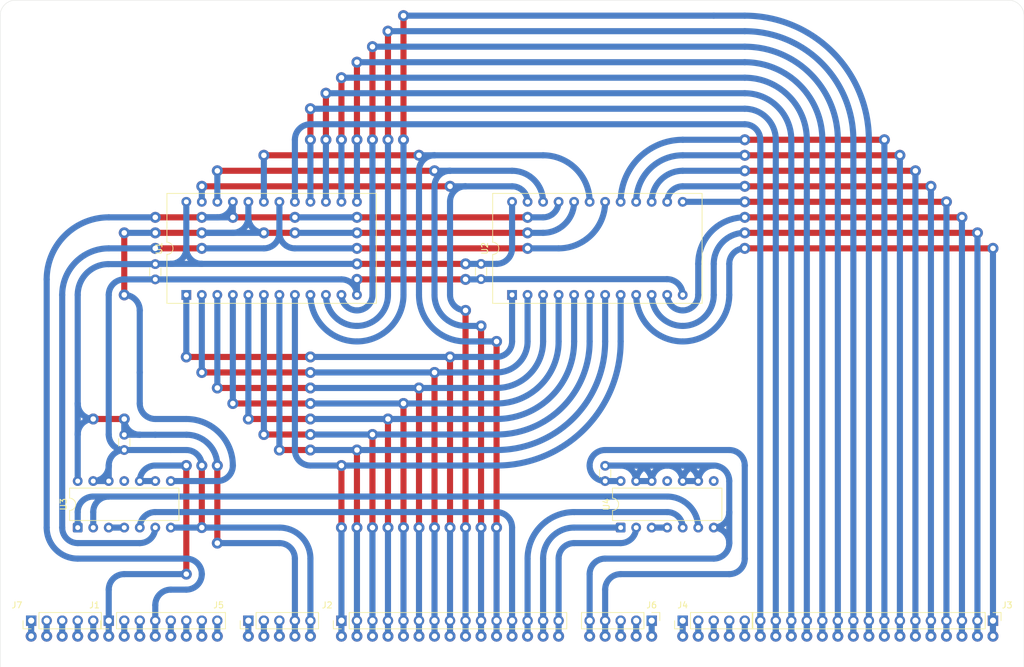
<source format=kicad_pcb>
(kicad_pcb (version 20241229) (generator "pcbnew") (generator_version "9.0")
  (layers (0 "F.Cu" signal) (2 "B.Cu" signal) (13 "F.Paste" user) (15 "B.Paste" user) (5 "F.SilkS" user "F.Silkscreen") (7 "B.SilkS" user "B.Silkscreen") (1 "F.Mask" user) (3 "B.Mask" user) (25 "Edge.Cuts" user))
  (net 0 "")
  (net 1 "+5V")
  (net 2 "GND")
  (net 3 "/HOLDA")
  (net 4 "/WAIT")
  (net 5 "/{slash}HOLD")
  (net 6 "/{slash}RESET")
  (net 7 "/{slash}MEMIN")
  (net 8 "/{slash}WE")
  (net 9 "/READY")
  (net 10 "/DBIN")
  (net 11 "/AD9")
  (net 12 "/AD15")
  (net 13 "/AD14")
  (net 14 "/AD13")
  (net 15 "/AD4")
  (net 16 "/AD7")
  (net 17 "/AD11")
  (net 18 "/AD5")
  (net 19 "/AD3")
  (net 20 "/AD8")
  (net 21 "/AD2")
  (net 22 "/AD12")
  (net 23 "/AD6")
  (net 24 "/AD1")
  (net 25 "/AD10")
  (net 26 "/DA2")
  (net 27 "/DA7")
  (net 28 "/DA3")
  (net 29 "/DA9")
  (net 30 "/DA15")
  (net 31 "/DA8")
  (net 32 "/DA13")
  (net 33 "/DA14")
  (net 34 "/DA5")
  (net 35 "/DA11")
  (net 36 "/DA6")
  (net 37 "/DA0")
  (net 38 "/DA1")
  (net 39 "/DA10")
  (net 40 "/DA12")
  (net 41 "/DA4")
  (net 42 "unconnected-(J4-Pin_3-Pad3)")
  (net 43 "unconnected-(J4-Pin_2-Pad2)")
  (net 44 "unconnected-(J4-Pin_5-Pad5)")
  (net 45 "unconnected-(J4-Pin_4-Pad4)")
  (net 46 "unconnected-(J4-Pin_1-Pad1)")
  (net 47 "-12V")
  (net 48 "-5V")
  (net 49 "+12V")
  (net 50 "unconnected-(J7-Pin_4-Pad4)")
  (net 51 "unconnected-(J7-Pin_5-Pad5)")
  (net 52 "unconnected-(J7-Pin_1-Pad1)")
  (net 53 "unconnected-(J7-Pin_3-Pad3)")
  (net 54 "unconnected-(J7-Pin_2-Pad2)")
  (net 55 "Net-(U1-~{S})")
  (net 56 "Net-(U1-~{OE})")
  (net 57 "Net-(U3-Pad1)")
  (net 58 "Net-(U3-Pad3)")
  (net 61 "Net-(U4-Pad3)")
  (footprint "Connector_PinHeader_2.54mm:PinHeader_1x05_P2.54mm_Vertical" (layer "F.Cu") (at 167.64 134.62 90)
    (property "Reference" "J4")
    (property "Value" "Conn_01x05_Pin" (hide yes))
  )
  (footprint "Package_DIP:DIP-24_18.0mmx34.29mm_W15.24mm" (layer "F.Cu") (at 139.7 81.28 90)
    (property "Reference" "U2")
    (property "Value" "M58725")
  )
  (footprint "Package_DIP:DIP-14_W7.62mm" (layer "F.Cu") (at 157.48 119.38 90)
    (property "Reference" "U4")
    (property "Value" "74LS32")
  )
  (footprint "Capacitor_THT:C_Disc_D3.0mm_W1.6mm_P2.50mm" (layer "F.Cu") (at 81.28 76.24 -90)
    (property "Reference" "C3" (hide yes))
    (property "Value" "C" (hide yes))
  )
  (footprint "Connector_PinHeader_2.54mm:PinHeader_1x16_P2.54mm_Vertical" (layer "F.Cu") (at 218.44 134.62 -90)
    (property "Reference" "J3")
    (property "Value" "Conn_01x16_Pin" (hide yes))
  )
  (footprint "Capacitor_THT:C_Disc_D3.0mm_W1.6mm_P2.50mm" (layer "F.Cu") (at 134.62 76.2 -90)
    (property "Reference" "C4" (hide yes))
    (property "Value" "C" (hide yes))
  )
  (footprint "Connector_PinHeader_2.54mm:PinHeader_1x05_P2.54mm_Vertical" (layer "F.Cu") (at 60.96 134.62 90)
    (property "Reference" "J7")
    (property "Value" "Conn_01x05_Pin" (hide yes))
  )
  (footprint "Connector_PinHeader_2.54mm:PinHeader_1x15_P2.54mm_Vertical" (layer "F.Cu") (at 111.76 134.62 90)
    (property "Reference" "J2")
    (property "Value" "Conn_01x15_Pin" (hide yes))
  )
  (footprint "Package_DIP:DIP-24_18.0mmx34.29mm_W15.24mm" (layer "F.Cu") (at 86.36 81.28 90)
    (property "Reference" "U1")
    (property "Value" "M58725")
  )
  (footprint "Package_DIP:DIP-14_W7.62mm" (layer "F.Cu") (at 68.58 119.38 90)
    (property "Reference" "U3")
    (property "Value" "74LS00")
  )
  (footprint "Connector_PinHeader_2.54mm:PinHeader_1x05_P2.54mm_Vertical" (layer "F.Cu") (at 96.52 134.62 90)
    (property "Reference" "J5")
    (property "Value" "Conn_01x05_Pin" (hide yes))
  )
  (footprint "Connector_PinHeader_2.54mm:PinHeader_1x05_P2.54mm_Vertical" (layer "F.Cu") (at 162.56 134.62 -90)
    (property "Reference" "J6")
    (property "Value" "Conn_01x05_Pin" (hide yes))
  )
  (footprint "Capacitor_THT:C_Disc_D3.0mm_W1.6mm_P2.50mm" (layer "F.Cu") (at 76.2 104.18 -90)
    (property "Reference" "C2" (hide yes))
    (property "Value" "C" (hide yes))
  )
  (footprint "Capacitor_THT:C_Disc_D3.0mm_W1.6mm_P2.50mm" (layer "F.Cu") (at 154.94 111.76 90)
    (property "Reference" "C1" (hide yes))
    (property "Value" "C" (hide yes))
  )
  (footprint "Connector_PinHeader_2.54mm:PinHeader_1x08_P2.54mm_Vertical" (layer "F.Cu") (at 73.66 134.62 90)
    (property "Reference" "J1")
    (property "Value" "Conn_01x08_Pin" (hide yes))
  )
  (gr_arc (start 220.98 33.02) (mid 222.776051 33.763949) (end 223.52 35.56) (stroke (width 0.05)) (layer "Edge.Cuts"))
  (gr_line (start 55.88 142.24) (end 55.88 35.56) (stroke (width 0.05)) (layer "Edge.Cuts"))
  (gr_arc (start 55.88 35.56) (mid 56.623949 33.763949) (end 58.42 33.02) (stroke (width 0.05)) (layer "Edge.Cuts"))
  (gr_line (start 220.98 33.02) (end 58.42 33.02) (stroke (width 0.05)) (layer "Edge.Cuts"))
  (gr_line (start 223.52 40.64) (end 223.52 35.56) (stroke (width 0.05)) (layer "Edge.Cuts"))
  (gr_line (start 223.52 142.24) (end 223.52 40.64) (stroke (width 0.05)) (layer "Edge.Cuts"))
  (gr_line (start 223.52 142.24) (end 55.88 142.24) (stroke (width 0.05)) (layer "Edge.Cuts"))
  (segment (start 132.08 76.2) (end 114.3 76.2) (width 1) (layer "F.Cu") (net 1))
  (segment (start 71.12 101.6) (end 76.2 101.6) (width 1) (layer "F.Cu") (net 1))
  (segment (start 91.44 109.22) (end 91.44 121.92) (width 1) (layer "F.Cu") (net 1))
  (via (at 76.2 101.6) (size 1.8) (drill 0.9) (layers "F.Cu" "B.Cu") (net 1))
  (via (at 71.12 101.6) (size 1.8) (drill 0.9) (layers "F.Cu" "B.Cu") (net 1))
  (via (at 154.94 137.16) (size 1.8) (drill 0.9) (layers "F.Cu" "B.Cu") (net 1))
  (via (at 91.44 121.92) (size 1.8) (drill 0.9) (layers "F.Cu" "B.Cu") (net 1))
  (via (at 91.44 109.22) (size 1.8) (drill 0.9) (layers "F.Cu" "B.Cu") (net 1))
  (via (at 114.3 76.2) (size 1.8) (drill 0.9) (layers "F.Cu" "B.Cu") (net 1))
  (via (at 104.14 137.16) (size 1.8) (drill 0.9) (layers "F.Cu" "B.Cu") (net 1))
  (via (at 132.08 76.2) (size 1.8) (drill 0.9) (layers "F.Cu" "B.Cu") (net 1))
  (segment (start 83.82 76.2) (end 81.32 76.2) (width 1) (layer "B.Cu") (net 1))
  (segment (start 114.3 76.2) (end 88.9 76.2) (width 1) (layer "B.Cu") (net 1))
  (segment (start 157.48 111.76) (end 154.94 111.76) (width 1) (layer "B.Cu") (net 1))
  (segment (start 76.2 101.6) (end 76.2 104.18) (width 1) (layer "B.Cu") (net 1))
  (segment (start 68.58 104.14) (end 68.58 99.06) (width 1) (layer "B.Cu") (net 1))
  (segment (start 104.14 137.16) (end 104.14 134.62) (width 1) (layer "B.Cu") (net 1))
  (segment (start 86.36 66.04) (end 86.36 73.66) (width 1) (layer "B.Cu") (net 1))
  (segment (start 137.16 76.2) (end 134.62 76.2) (width 1) (layer "B.Cu") (net 1))
  (segment (start 175.26 106.68) (end 154.94 106.68) (width 1) (layer "B.Cu") (net 1))
  (segment (start 86.4 104.18) (end 81.28 104.18) (width 1) (layer "B.Cu") (net 1))
  (segment (start 104.14 124.46) (end 104.14 134.62) (width 1) (layer "B.Cu") (net 1))
  (segment (start 81.28 76.24) (end 73.62 76.24) (width 1) (layer "B.Cu") (net 1))
  (segment (start 154.94 134.62) (end 154.94 129.54) (width 1) (layer "B.Cu") (net 1))
  (segment (start 78.74 104.18) (end 76.2 104.18) (width 1) (layer "B.Cu") (net 1))
  (segment (start 134.62 76.2) (end 132.08 76.2) (width 1) (layer "B.Cu") (net 1))
  (segment (start 139.7 66.04) (end 139.7 73.66) (width 1) (layer "B.Cu") (net 1))
  (segment (start 76.2 101.6) (end 76.2 101.64) (width 1) (layer "B.Cu") (net 1))
  (segment (start 68.58 111.76) (end 68.58 104.14) (width 1) (layer "B.Cu") (net 1))
  (segment (start 68.58 81.28) (end 68.58 99.06) (width 1) (layer "B.Cu") (net 1))
  (segment (start 81.28 104.18) (end 78.74 104.18) (width 1) (layer "B.Cu") (net 1))
  (segment (start 88.9 76.2) (end 83.82 76.2) (width 1) (layer "B.Cu") (net 1))
  (segment (start 177.8 124.46) (end 177.8 109.22) (width 1) (layer "B.Cu") (net 1))
  (segment (start 91.44 121.92) (end 101.6 121.92) (width 1) (layer "B.Cu") (net 1))
  (segment (start 154.94 137.16) (end 154.94 134.62) (width 1) (layer "B.Cu") (net 1))
  (segment (start 157.48 127) (end 175.26 127) (width 1) (layer "B.Cu") (net 1))
  (arc (start 91.44 109.22) (mid 89.963818 105.656182) (end 86.4 104.18) (width 1) (layer "B.Cu") (net 1))
  (arc (start 86.36 73.66) (mid 85.616051 75.456051) (end 83.82 76.2) (width 1) (layer "B.Cu") (net 1))
  (arc (start 73.62 76.24) (mid 70.056182 77.716182) (end 68.58 81.28) (width 1) (layer "B.Cu") (net 1))
  (arc (start 101.6 121.92) (mid 103.396051 122.663949) (end 104.14 124.46) (width 1) (layer "B.Cu") (net 1))
  (arc (start 81.32 76.2) (mid 81.291716 76.211716) (end 81.28 76.24) (width 1) (layer "B.Cu") (net 1))
  (arc (start 76.2 101.64) (mid 76.943949 103.436051) (end 78.74 104.18) (width 1) (layer "B.Cu") (net 1))
  (arc (start 175.26 127) (mid 177.056051 126.256051) (end 177.8 124.46) (width 1) (layer "B.Cu") (net 1))
  (arc (start 86.36 73.66) (mid 87.103949 75.456051) (end 88.9 76.2) (width 1) (layer "B.Cu") (net 1))
  (arc (start 154.94 111.76) (mid 153.143949 111.016051) (end 152.4 109.22) (width 1) (layer "B.Cu") (net 1))
  (arc (start 68.58 104.14) (mid 69.323949 102.343949) (end 71.12 101.6) (width 1) (layer "B.Cu") (net 1))
  (arc (start 177.8 109.22) (mid 177.056051 107.423949) (end 175.26 106.68) (width 1) (layer "B.Cu") (net 1))
  (arc (start 154.94 106.68) (mid 153.143949 107.423949) (end 152.4 109.22) (width 1) (layer "B.Cu") (net 1))
  (arc (start 71.12 101.6) (mid 69.323949 100.856051) (end 68.58 99.06) (width 1) (layer "B.Cu") (net 1))
  (arc (start 139.7 73.66) (mid 138.956051 75.456051) (end 137.16 76.2) (width 1) (layer "B.Cu") (net 1))
  (arc (start 154.94 129.54) (mid 155.683949 127.743949) (end 157.48 127) (width 1) (layer "B.Cu") (net 1))
  (segment (start 88.9 119.38) (end 88.9 109.22) (width 1) (layer "F.Cu") (net 2))
  (segment (start 114.3 78.74) (end 132.08 78.74) (width 1) (layer "F.Cu") (net 2))
  (via (at 88.9 109.22) (size 1.8) (drill 0.9) (layers "F.Cu" "B.Cu") (net 2))
  (via (at 114.3 78.74) (size 1.8) (drill 0.9) (layers "F.Cu" "B.Cu") (net 2))
  (via (at 132.08 78.74) (size 1.8) (drill 0.9) (layers "F.Cu" "B.Cu") (net 2))
  (via (at 152.4 137.16) (size 1.8) (drill 0.9) (layers "F.Cu" "B.Cu") (net 2))
  (via (at 88.9 119.38) (size 1.8) (drill 0.9) (layers "F.Cu" "B.Cu") (net 2))
  (via (at 106.68 137.16) (size 1.8) (drill 0.9) (layers "F.Cu" "B.Cu") (net 2))
  (segment (start 73.66 109.22) (end 73.66 111.76) (width 1) (layer "B.Cu") (net 2))
  (segment (start 86.36 106.68) (end 83.82 106.68) (width 1) (layer "B.Cu") (net 2))
  (segment (start 83.82 106.68) (end 76.2 106.68) (width 1) (layer "B.Cu") (net 2))
  (segment (start 106.68 124.46) (end 106.68 134.62) (width 1) (layer "B.Cu") (net 2))
  (segment (start 132.08 78.74) (end 134.58 78.74) (width 1) (layer "B.Cu") (net 2))
  (segment (start 160.02 111.76) (end 162.56 111.76) (width 1) (layer "B.Cu") (net 2))
  (segment (start 76.2 78.74) (end 81.28 78.74) (width 1) (layer "B.Cu") (net 2))
  (segment (start 162.56 109.22) (end 165.1 109.22) (width 1) (layer "B.Cu") (net 2))
  (segment (start 134.62 78.7) (end 165.06 78.7) (width 1) (layer "B.Cu") (net 2))
  (segment (start 152.4 137.16) (end 152.4 134.62) (width 1) (layer "B.Cu") (net 2))
  (segment (start 111.76 78.74) (end 81.28 78.74) (width 1) (layer "B.Cu") (net 2))
  (segment (start 152.4 127) (end 152.4 134.62) (width 1) (layer "B.Cu") (net 2))
  (segment (start 157.48 109.22) (end 154.98 109.22) (width 1) (layer "B.Cu") (net 2))
  (segment (start 170.18 109.22) (end 172.72 109.22) (width 1) (layer "B.Cu") (net 2))
  (segment (start 167.64 111.76) (end 170.18 111.76) (width 1) (layer "B.Cu") (net 2))
  (segment (start 83.82 119.38) (end 88.9 119.38) (width 1) (layer "B.Cu") (net 2))
  (segment (start 175.26 116.84) (end 175.26 121.92) (width 1) (layer "B.Cu") (net 2))
  (segment (start 73.66 111.76) (end 71.12 111.76) (width 1) (layer "B.Cu") (net 2))
  (segment (start 88.9 119.38) (end 101.6 119.38) (width 1) (layer "B.Cu") (net 2))
  (segment (start 175.26 116.84) (end 175.26 111.76) (width 1) (layer "B.Cu") (net 2))
  (segment (start 160.02 109.22) (end 154.98 109.22) (width 1) (layer "B.Cu") (net 2))
  (segment (start 172.72 124.46) (end 154.94 124.46) (width 1) (layer "B.Cu") (net 2))
  (segment (start 160.02 109.22) (end 162.56 109.22) (width 1) (layer "B.Cu") (net 2))
  (segment (start 114.3 81.28) (end 114.3 78.74) (width 1) (layer "B.Cu") (net 2))
  (segment (start 106.68 137.16) (end 106.68 134.62) (width 1) (layer "B.Cu") (net 2))
  (segment (start 73.66 104.14) (end 73.66 81.28) (width 1) (layer "B.Cu") (net 2))
  (segment (start 167.64 109.22) (end 172.72 109.22) (width 1) (layer "B.Cu") (net 2))
  (segment (start 167.64 109.22) (end 165.1 109.22) (width 1) (layer "B.Cu") (net 2))
  (arc (start 134.58 78.74) (mid 134.608284 78.728284) (end 134.62 78.7) (width 1) (layer "B.Cu") (net 2))
  (arc (start 170.18 111.76) (mid 169.436051 109.963949) (end 167.64 109.22) (width 1) (layer "B.Cu") (net 2))
  (arc (start 167.64 111.76) (mid 168.383949 109.963949) (end 170.18 109.22) (width 1) (layer "B.Cu") (net 2))
  (arc (start 154.98 109.22) (mid 154.951716 109.231716) (end 154.94 109.26) (width 1) (layer "B.Cu") (net 2))
  (arc (start 160.02 111.76) (mid 160.763949 109.963949) (end 162.56 109.22) (width 1) (layer "B.Cu") (net 2))
  (arc (start 172.72 119.38) (mid 174.516051 120.123949) (end 175.26 121.92) (width 1) (layer "B.Cu") (net 2))
  (arc (start 71.12 111.76) (mid 72.916051 111.016051) (end 73.66 109.22) (width 1) (layer "B.Cu") (net 2))
  (arc (start 154.94 124.46) (mid 153.143949 125.203949) (end 152.4 127) (width 1) (layer "B.Cu") (net 2))
  (arc (start 114.3 81.28) (mid 113.556051 79.483949) (end 111.76 78.74) (width 1) (layer "B.Cu") (net 2))
  (arc (start 162.56 111.76) (mid 161.816051 109.963949) (end 160.02 109.22) (width 1) (layer "B.Cu") (net 2))
  (arc (start 167.64 111.76) (mid 166.896051 109.963949) (end 165.1 109.22) (width 1) (layer "B.Cu") (net 2))
  (arc (start 160.02 111.76) (mid 159.276051 109.963949) (end 157.48 109.22) (width 1) (layer "B.Cu") (net 2))
  (arc (start 73.66 81.28) (mid 74.403949 79.483949) (end 76.2 78.74) (width 1) (layer "B.Cu") (net 2))
  (arc (start 175.26 111.76) (mid 174.516051 109.963949) (end 172.72 109.22) (width 1) (layer "B.Cu") (net 2))
  (arc (start 88.9 109.22) (mid 88.156051 107.423949) (end 86.36 106.68) (width 1) (layer "B.Cu") (net 2))
  (arc (start 76.2 106.68) (mid 74.403949 107.423949) (end 73.66 109.22) (width 1) (layer "B.Cu") (net 2))
  (arc (start 101.6 119.38) (mid 105.192102 120.867898) (end 106.68 124.46) (width 1) (layer "B.Cu") (net 2))
  (arc (start 76.2 106.68) (mid 74.403949 105.936051) (end 73.66 104.14) (width 1) (layer "B.Cu") (net 2))
  (arc (start 172.72 119.38) (mid 174.516051 118.636051) (end 175.26 116.84) (width 1) (layer "B.Cu") (net 2))
  (arc (start 172.72 109.22) (mid 170.923949 109.963949) (end 170.18 111.76) (width 1) (layer "B.Cu") (net 2))
  (arc (start 175.26 121.92) (mid 174.516051 123.716051) (end 172.72 124.46) (width 1) (layer "B.Cu") (net 2))
  (arc (start 165.1 109.22) (mid 163.303949 109.963949) (end 162.56 111.76) (width 1) (layer "B.Cu") (net 2))
  (arc (start 165.06 78.7) (mid 166.884335 79.455665) (end 167.64 81.28) (width 1) (layer "B.Cu") (net 2))
  (via (at 88.9 137.16) (size 1.8) (drill 0.9) (layers "F.Cu" "B.Cu") (net 3))
  (segment (start 88.9 137.16) (end 88.9 134.62) (width 1) (layer "B.Cu") (net 3))
  (via (at 86.36 137.16) (size 1.8) (drill 0.9) (layers "F.Cu" "B.Cu") (net 4))
  (segment (start 86.36 137.16) (end 86.36 134.62) (width 1) (layer "B.Cu") (net 4))
  (via (at 83.82 137.16) (size 1.8) (drill 0.9) (layers "F.Cu" "B.Cu") (net 5))
  (segment (start 83.82 137.16) (end 83.82 134.62) (width 1) (layer "B.Cu") (net 5))
  (via (at 91.44 137.16) (size 1.8) (drill 0.9) (layers "F.Cu" "B.Cu") (net 6))
  (segment (start 91.44 137.16) (end 91.44 134.62) (width 1) (layer "B.Cu") (net 6))
  (via (at 76.2 137.16) (size 1.8) (drill 0.9) (layers "F.Cu" "B.Cu") (net 7))
  (segment (start 76.2 137.16) (end 76.2 134.62) (width 1) (layer "B.Cu") (net 7))
  (segment (start 104.14 68.58) (end 93.98 68.58) (width 1) (layer "F.Cu") (net 8))
  (segment (start 142.24 68.58) (end 114.3 68.58) (width 1) (layer "F.Cu") (net 8))
  (segment (start 88.9 68.58) (end 81.28 68.58) (width 1) (layer "F.Cu") (net 8))
  (via (at 88.9 68.58) (size 1.8) (drill 0.9) (layers "F.Cu" "B.Cu") (net 8))
  (via (at 104.14 68.58) (size 1.8) (drill 0.9) (layers "F.Cu" "B.Cu") (net 8))
  (via (at 114.3 68.58) (size 1.8) (drill 0.9) (layers "F.Cu" "B.Cu") (net 8))
  (via (at 81.28 68.58) (size 1.8) (drill 0.9) (layers "F.Cu" "B.Cu") (net 8))
  (via (at 142.24 68.58) (size 1.8) (drill 0.9) (layers "F.Cu" "B.Cu") (net 8))
  (via (at 81.28 137.16) (size 1.8) (drill 0.9) (layers "F.Cu" "B.Cu") (net 8))
  (via (at 93.98 68.58) (size 1.8) (drill 0.9) (layers "F.Cu" "B.Cu") (net 8))
  (segment (start 63.5 78.74) (end 63.5 119.38) (width 1) (layer "B.Cu") (net 8))
  (segment (start 93.98 68.58) (end 88.9 68.58) (width 1) (layer "B.Cu") (net 8))
  (segment (start 68.58 124.46) (end 86.36 124.46) (width 1) (layer "B.Cu") (net 8))
  (segment (start 81.28 132.08) (end 81.28 134.62) (width 1) (layer "B.Cu") (net 8))
  (segment (start 86.36 129.54) (end 83.82 129.54) (width 1) (layer "B.Cu") (net 8))
  (segment (start 81.28 68.58) (end 73.66 68.58) (width 1) (layer "B.Cu") (net 8))
  (segment (start 144.78 68.58) (end 142.24 68.58) (width 1) (layer "B.Cu") (net 8))
  (segment (start 81.28 137.16) (end 81.28 134.62) (width 1) (layer "B.Cu") (net 8))
  (segment (start 114.3 68.58) (end 104.14 68.58) (width 1) (layer "B.Cu") (net 8))
  (segment (start 93.98 68.58) (end 93.98 66.04) (width 1) (layer "B.Cu") (net 8))
  (segment (start 91.44 68.58) (end 88.9 68.58) (width 1) (layer "B.Cu") (net 8))
  (arc (start 63.5 119.38) (mid 64.987898 122.972102) (end 68.58 124.46) (width 1) (layer "B.Cu") (net 8))
  (arc (start 73.66 68.58) (mid 66.475795 71.555795) (end 63.5 78.74) (width 1) (layer "B.Cu") (net 8))
  (arc (start 147.32 66.04) (mid 146.576051 67.836051) (end 144.78 68.58) (width 1) (layer "B.Cu") (net 8))
  (arc (start 93.98 66.04) (mid 93.236051 67.836051) (end 91.44 68.58) (width 1) (layer "B.Cu") (net 8))
  (arc (start 86.36 124.46) (mid 88.156051 125.203949) (end 88.9 127) (width 1) (layer "B.Cu") (net 8))
  (arc (start 88.9 127) (mid 88.156051 128.796051) (end 86.36 129.54) (width 1) (layer "B.Cu") (net 8))
  (arc (start 83.82 129.54) (mid 82.023949 130.283949) (end 81.28 132.08) (width 1) (layer "B.Cu") (net 8))
  (via (at 78.74 137.16) (size 1.8) (drill 0.9) (layers "F.Cu" "B.Cu") (net 9))
  (segment (start 78.74 137.16) (end 78.74 134.62) (width 1) (layer "B.Cu") (net 9))
  (segment (start 86.36 127) (end 86.36 109.22) (width 1) (layer "F.Cu") (net 10))
  (via (at 86.36 127) (size 1.8) (drill 0.9) (layers "F.Cu" "B.Cu") (net 10))
  (via (at 73.66 137.16) (size 1.8) (drill 0.9) (layers "F.Cu" "B.Cu") (net 10))
  (via (at 86.36 109.22) (size 1.8) (drill 0.9) (layers "F.Cu" "B.Cu") (net 10))
  (segment (start 81.28 109.22) (end 86.36 109.22) (width 1) (layer "B.Cu") (net 10))
  (segment (start 73.66 134.62) (end 73.66 129.54) (width 1) (layer "B.Cu") (net 10))
  (segment (start 73.66 137.16) (end 73.66 134.62) (width 1) (layer "B.Cu") (net 10))
  (segment (start 81.28 111.76) (end 78.74 111.76) (width 1) (layer "B.Cu") (net 10))
  (segment (start 86.36 127) (end 76.2 127) (width 1) (layer "B.Cu") (net 10))
  (arc (start 78.74 111.76) (mid 79.483949 109.963949) (end 81.28 109.22) (width 1) (layer "B.Cu") (net 10))
  (arc (start 76.2 127) (mid 74.403949 127.743949) (end 73.66 129.54) (width 1) (layer "B.Cu") (net 10))
  (segment (start 129.54 63.5) (end 88.9 63.5) (width 1) (layer "F.Cu") (net 11))
  (segment (start 132.08 119.38) (end 132.08 83.82) (width 1) (layer "F.Cu") (net 11))
  (via (at 132.08 137.16) (size 1.8) (drill 0.9) (layers "F.Cu" "B.Cu") (net 11))
  (via (at 129.54 63.5) (size 1.8) (drill 0.9) (layers "F.Cu" "B.Cu") (net 11))
  (via (at 88.9 63.5) (size 1.8) (drill 0.9) (layers "F.Cu" "B.Cu") (net 11))
  (via (at 132.08 119.38) (size 1.8) (drill 0.9) (layers "F.Cu" "B.Cu") (net 11))
  (via (at 132.08 83.82) (size 1.8) (drill 0.9) (layers "F.Cu" "B.Cu") (net 11))
  (segment (start 129.54 81.28) (end 129.54 66.04) (width 1) (layer "B.Cu") (net 11))
  (segment (start 132.08 63.5) (end 139.7 63.5) (width 1) (layer "B.Cu") (net 11))
  (segment (start 132.08 137.16) (end 132.08 134.62) (width 1) (layer "B.Cu") (net 11))
  (segment (start 129.54 63.5) (end 132.08 63.5) (width 1) (layer "B.Cu") (net 11))
  (segment (start 88.9 63.5) (end 88.9 66.04) (width 1) (layer "B.Cu") (net 11))
  (segment (start 132.08 134.62) (end 132.08 119.38) (width 1) (layer "B.Cu") (net 11))
  (arc (start 132.08 83.82) (mid 130.283949 83.076051) (end 129.54 81.28) (width 1) (layer "B.Cu") (net 11))
  (arc (start 139.7 63.5) (mid 141.496051 64.243949) (end 142.24 66.04) (width 1) (layer "B.Cu") (net 11))
  (arc (start 129.54 66.04) (mid 130.283949 64.243949) (end 132.08 63.5) (width 1) (layer "B.Cu") (net 11))
  (via (at 147.32 137.16) (size 1.8) (drill 0.9) (layers "F.Cu" "B.Cu") (net 12))
  (segment (start 157.48 121.92) (end 149.86 121.92) (width 1) (layer "B.Cu") (net 12))
  (segment (start 147.32 137.16) (end 147.32 134.62) (width 1) (layer "B.Cu") (net 12))
  (segment (start 147.32 134.62) (end 147.32 124.46) (width 1) (layer "B.Cu") (net 12))
  (arc (start 157.48 121.92) (mid 159.276051 121.176051) (end 160.02 119.38) (width 1) (layer "B.Cu") (net 12))
  (arc (start 147.32 124.46) (mid 148.063949 122.663949) (end 149.86 121.92) (width 1) (layer "B.Cu") (net 12))
  (via (at 144.78 137.16) (size 1.8) (drill 0.9) (layers "F.Cu" "B.Cu") (net 13))
  (segment (start 157.48 119.38) (end 149.86 119.38) (width 1) (layer "B.Cu") (net 13))
  (segment (start 144.78 124.46) (end 144.78 134.62) (width 1) (layer "B.Cu") (net 13))
  (segment (start 144.78 137.16) (end 144.78 134.62) (width 1) (layer "B.Cu") (net 13))
  (arc (start 149.86 119.38) (mid 146.267898 120.867898) (end 144.78 124.46) (width 1) (layer "B.Cu") (net 13))
  (via (at 142.24 137.16) (size 1.8) (drill 0.9) (layers "F.Cu" "B.Cu") (net 14))
  (segment (start 142.24 137.16) (end 142.24 134.62) (width 1) (layer "B.Cu") (net 14))
  (segment (start 165.1 116.84) (end 149.86 116.84) (width 1) (layer "B.Cu") (net 14))
  (segment (start 142.24 124.46) (end 142.24 134.62) (width 1) (layer "B.Cu") (net 14))
  (arc (start 167.64 119.38) (mid 166.896051 117.583949) (end 165.1 116.84) (width 1) (layer "B.Cu") (net 14))
  (arc (start 149.86 116.84) (mid 144.471846 119.071846) (end 142.24 124.46) (width 1) (layer "B.Cu") (net 14))
  (segment (start 119.38 119.38) (end 119.38 101.6) (width 1) (layer "F.Cu") (net 15))
  (segment (start 106.68 101.6) (end 96.52 101.6) (width 1) (layer "F.Cu") (net 15))
  (via (at 106.68 101.6) (size 1.8) (drill 0.9) (layers "F.Cu" "B.Cu") (net 15))
  (via (at 119.38 119.38) (size 1.8) (drill 0.9) (layers "F.Cu" "B.Cu") (net 15))
  (via (at 119.38 101.6) (size 1.8) (drill 0.9) (layers "F.Cu" "B.Cu") (net 15))
  (via (at 119.38 137.16) (size 1.8) (drill 0.9) (layers "F.Cu" "B.Cu") (net 15))
  (via (at 96.52 101.6) (size 1.8) (drill 0.9) (layers "F.Cu" "B.Cu") (net 15))
  (segment (start 119.38 134.62) (end 119.38 119.38) (width 1) (layer "B.Cu") (net 15))
  (segment (start 96.52 101.6) (end 96.52 81.28) (width 1) (layer "B.Cu") (net 15))
  (segment (start 149.86 88.9) (end 149.86 81.28) (width 1) (layer "B.Cu") (net 15))
  (segment (start 119.38 101.6) (end 137.16 101.6) (width 1) (layer "B.Cu") (net 15))
  (segment (start 106.68 101.6) (end 119.38 101.6) (width 1) (layer "B.Cu") (net 15))
  (segment (start 119.38 137.16) (end 119.38 134.62) (width 1) (layer "B.Cu") (net 15))
  (arc (start 137.16 101.6) (mid 146.140256 97.880256) (end 149.86 88.9) (width 1) (layer "B.Cu") (net 15))
  (segment (start 127 119.38) (end 127 93.98) (width 1) (layer "F.Cu") (net 16))
  (segment (start 106.68 93.98) (end 88.9 93.98) (width 1) (layer "F.Cu") (net 16))
  (via (at 127 119.38) (size 1.8) (drill 0.9) (layers "F.Cu" "B.Cu") (net 16))
  (via (at 127 93.98) (size 1.8) (drill 0.9) (layers "F.Cu" "B.Cu") (net 16))
  (via (at 127 137.16) (size 1.8) (drill 0.9) (layers "F.Cu" "B.Cu") (net 16))
  (via (at 106.68 93.98) (size 1.8) (drill 0.9) (layers "F.Cu" "B.Cu") (net 16))
  (via (at 88.9 93.98) (size 1.8) (drill 0.9) (layers "F.Cu" "B.Cu") (net 16))
  (segment (start 127 134.62) (end 127 137.16) (width 1) (layer "B.Cu") (net 16))
  (segment (start 142.24 88.9) (end 142.24 81.28) (width 1) (layer "B.Cu") (net 16))
  (segment (start 127 93.98) (end 137.16 93.98) (width 1) (layer "B.Cu") (net 16))
  (segment (start 127 134.62) (end 127 119.38) (width 1) (layer "B.Cu") (net 16))
  (segment (start 88.9 93.98) (end 88.9 81.28) (width 1) (layer "B.Cu") (net 16))
  (segment (start 106.68 93.98) (end 127 93.98) (width 1) (layer "B.Cu") (net 16))
  (arc (start 137.16 93.98) (mid 140.752102 92.492102) (end 142.24 88.9) (width 1) (layer "B.Cu") (net 16))
  (segment (start 137.16 119.38) (end 137.16 88.9) (width 1) (layer "F.Cu") (net 17))
  (segment (start 124.46 58.42) (end 99.06 58.42) (width 1) (layer "F.Cu") (net 17))
  (via (at 124.46 58.42) (size 1.8) (drill 0.9) (layers "F.Cu" "B.Cu") (net 17))
  (via (at 137.16 137.16) (size 1.8) (drill 0.9) (layers "F.Cu" "B.Cu") (net 17))
  (via (at 99.06 58.42) (size 1.8) (drill 0.9) (layers "F.Cu" "B.Cu") (net 17))
  (via (at 137.16 88.9) (size 1.8) (drill 0.9) (layers "F.Cu" "B.Cu") (net 17))
  (via (at 137.16 119.38) (size 1.8) (drill 0.9) (layers "F.Cu" "B.Cu") (net 17))
  (segment (start 124.46 81.28) (end 124.46 60.96) (width 1) (layer "B.Cu") (net 17))
  (segment (start 144.78 58.42) (end 127 58.42) (width 1) (layer "B.Cu") (net 17))
  (segment (start 137.16 137.16) (end 137.16 134.62) (width 1) (layer "B.Cu") (net 17))
  (segment (start 99.06 58.42) (end 99.06 66.04) (width 1) (layer "B.Cu") (net 17))
  (segment (start 137.16 88.9) (end 132.08 88.9) (width 1) (layer "B.Cu") (net 17))
  (segment (start 127 58.42) (end 124.46 58.42) (width 1) (layer "B.Cu") (net 17))
  (segment (start 137.16 134.62) (end 137.16 119.38) (width 1) (layer "B.Cu") (net 17))
  (arc (start 132.08 88.9) (mid 126.691846 86.668154) (end 124.46 81.28) (width 1) (layer "B.Cu") (net 17))
  (arc (start 152.4 66.04) (mid 150.168154 60.651846) (end 144.78 58.42) (width 1) (layer "B.Cu") (net 17))
  (arc (start 124.46 60.96) (mid 125.203949 59.163949) (end 127 58.42) (width 1) (layer "B.Cu") (net 17))
  (segment (start 121.92 119.38) (end 121.92 99.06) (width 1) (layer "F.Cu") (net 18))
  (segment (start 106.68 99.06) (end 93.98 99.06) (width 1) (layer "F.Cu") (net 18))
  (via (at 121.92 99.06) (size 1.8) (drill 0.9) (layers "F.Cu" "B.Cu") (net 18))
  (via (at 106.68 99.06) (size 1.8) (drill 0.9) (layers "F.Cu" "B.Cu") (net 18))
  (via (at 121.92 119.38) (size 1.8) (drill 0.9) (layers "F.Cu" "B.Cu") (net 18))
  (via (at 121.92 137.16) (size 1.8) (drill 0.9) (layers "F.Cu" "B.Cu") (net 18))
  (via (at 93.98 99.06) (size 1.8) (drill 0.9) (layers "F.Cu" "B.Cu") (net 18))
  (segment (start 106.68 99.06) (end 121.92 99.06) (width 1) (layer "B.Cu") (net 18))
  (segment (start 121.92 99.06) (end 137.16 99.06) (width 1) (layer "B.Cu") (net 18))
  (segment (start 121.92 134.62) (end 121.92 137.16) (width 1) (layer "B.Cu") (net 18))
  (segment (start 121.92 134.62) (end 121.92 119.38) (width 1) (layer "B.Cu") (net 18))
  (segment (start 93.98 99.06) (end 93.98 81.28) (width 1) (layer "B.Cu") (net 18))
  (segment (start 147.32 88.9) (end 147.32 81.28) (width 1) (layer "B.Cu") (net 18))
  (arc (start 137.16 99.06) (mid 144.344205 96.084205) (end 147.32 88.9) (width 1) (layer "B.Cu") (net 18))
  (segment (start 116.84 119.38) (end 116.84 104.14) (width 1) (layer "F.Cu") (net 19))
  (segment (start 106.68 104.14) (end 99.06 104.14) (width 1) (layer "F.Cu") (net 19))
  (via (at 116.84 119.38) (size 1.8) (drill 0.9) (layers "F.Cu" "B.Cu") (net 19))
  (via (at 116.84 137.16) (size 1.8) (drill 0.9) (layers "F.Cu" "B.Cu") (net 19))
  (via (at 106.68 104.14) (size 1.8) (drill 0.9) (layers "F.Cu" "B.Cu") (net 19))
  (via (at 116.84 104.14) (size 1.8) (drill 0.9) (layers "F.Cu" "B.Cu") (net 19))
  (via (at 99.06 104.14) (size 1.8) (drill 0.9) (layers "F.Cu" "B.Cu") (net 19))
  (segment (start 106.68 104.14) (end 116.84 104.14) (width 1) (layer "B.Cu") (net 19))
  (segment (start 152.4 88.9) (end 152.4 81.28) (width 1) (layer "B.Cu") (net 19))
  (segment (start 116.84 134.62) (end 116.84 119.38) (width 1) (layer "B.Cu") (net 19))
  (segment (start 116.84 137.16) (end 116.84 134.62) (width 1) (layer "B.Cu") (net 19))
  (segment (start 116.84 104.14) (end 137.16 104.14) (width 1) (layer "B.Cu") (net 19))
  (segment (start 99.06 104.14) (end 99.06 81.28) (width 1) (layer "B.Cu") (net 19))
  (arc (start 137.16 104.14) (mid 147.936307 99.676307) (end 152.4 88.9) (width 1) (layer "B.Cu") (net 19))
  (segment (start 129.54 119.38) (end 129.54 91.44) (width 1) (layer "F.Cu") (net 20))
  (segment (start 106.68 91.44) (end 86.36 91.44) (width 1) (layer "F.Cu") (net 20))
  (via (at 106.68 91.44) (size 1.8) (drill 0.9) (layers "F.Cu" "B.Cu") (net 20))
  (via (at 129.54 91.44) (size 1.8) (drill 0.9) (layers "F.Cu" "B.Cu") (net 20))
  (via (at 129.54 119.38) (size 1.8) (drill 0.9) (layers "F.Cu" "B.Cu") (net 20))
  (via (at 129.54 137.16) (size 1.8) (drill 0.9) (layers "F.Cu" "B.Cu") (net 20))
  (via (at 86.36 91.44) (size 1.8) (drill 0.9) (layers "F.Cu" "B.Cu") (net 20))
  (segment (start 129.54 91.44) (end 137.16 91.44) (width 1) (layer "B.Cu") (net 20))
  (segment (start 106.68 91.44) (end 129.54 91.44) (width 1) (layer "B.Cu") (net 20))
  (segment (start 129.54 137.16) (end 129.54 134.62) (width 1) (layer "B.Cu") (net 20))
  (segment (start 139.7 88.9) (end 139.7 81.28) (width 1) (layer "B.Cu") (net 20))
  (segment (start 129.54 134.62) (end 129.54 119.38) (width 1) (layer "B.Cu") (net 20))
  (segment (start 86.36 91.44) (end 86.36 81.28) (width 1) (layer "B.Cu") (net 20))
  (arc (start 137.16 91.44) (mid 138.956051 90.696051) (end 139.7 88.9) (width 1) (layer "B.Cu") (net 20))
  (segment (start 106.68 106.68) (end 101.6 106.68) (width 1) (layer "F.Cu") (net 21))
  (segment (start 114.3 119.38) (end 114.3 106.68) (width 1) (layer "F.Cu") (net 21))
  (via (at 106.68 106.68) (size 1.8) (drill 0.9) (layers "F.Cu" "B.Cu") (net 21))
  (via (at 114.3 106.68) (size 1.8) (drill 0.9) (layers "F.Cu" "B.Cu") (net 21))
  (via (at 114.3 119.38) (size 1.8) (drill 0.9) (layers "F.Cu" "B.Cu") (net 21))
  (via (at 101.6 106.68) (size 1.8) (drill 0.9) (layers "F.Cu" "B.Cu") (net 21))
  (via (at 114.3 137.16) (size 1.8) (drill 0.9) (layers "F.Cu" "B.Cu") (net 21))
  (segment (start 114.3 106.68) (end 137.16 106.68) (width 1) (layer "B.Cu") (net 21))
  (segment (start 106.68 106.68) (end 114.3 106.68) (width 1) (layer "B.Cu") (net 21))
  (segment (start 154.94 88.9) (end 154.94 81.28) (width 1) (layer "B.Cu") (net 21))
  (segment (start 101.6 106.68) (end 101.6 81.28) (width 1) (layer "B.Cu") (net 21))
  (segment (start 114.3 134.62) (end 114.3 119.38) (width 1) (layer "B.Cu") (net 21))
  (segment (start 114.3 137.16) (end 114.3 134.62) (width 1) (layer "B.Cu") (net 21))
  (arc (start 137.16 106.68) (mid 149.732359 101.472359) (end 154.94 88.9) (width 1) (layer "B.Cu") (net 21))
  (via (at 139.7 137.16) (size 1.8) (drill 0.9) (layers "F.Cu" "B.Cu") (net 22))
  (segment (start 137.16 116.84) (end 81.28 116.84) (width 1) (layer "B.Cu") (net 22))
  (segment (start 139.7 137.16) (end 139.7 134.62) (width 1) (layer "B.Cu") (net 22))
  (segment (start 139.7 134.62) (end 139.7 119.38) (width 1) (layer "B.Cu") (net 22))
  (arc (start 81.28 116.84) (mid 79.483949 117.583949) (end 78.74 119.38) (width 1) (layer "B.Cu") (net 22))
  (arc (start 139.7 119.38) (mid 138.956051 117.583949) (end 137.16 116.84) (width 1) (layer "B.Cu") (net 22))
  (segment (start 106.68 96.52) (end 91.44 96.52) (width 1) (layer "F.Cu") (net 23))
  (segment (start 124.46 119.38) (end 124.46 96.52) (width 1) (layer "F.Cu") (net 23))
  (via (at 106.68 96.52) (size 1.8) (drill 0.9) (layers "F.Cu" "B.Cu") (net 23))
  (via (at 124.46 119.38) (size 1.8) (drill 0.9) (layers "F.Cu" "B.Cu") (net 23))
  (via (at 91.44 96.52) (size 1.8) (drill 0.9) (layers "F.Cu" "B.Cu") (net 23))
  (via (at 124.46 137.16) (size 1.8) (drill 0.9) (layers "F.Cu" "B.Cu") (net 23))
  (via (at 124.46 96.52) (size 1.8) (drill 0.9) (layers "F.Cu" "B.Cu") (net 23))
  (segment (start 91.44 96.52) (end 91.44 81.28) (width 1) (layer "B.Cu") (net 23))
  (segment (start 124.46 137.16) (end 124.46 134.62) (width 1) (layer "B.Cu") (net 23))
  (segment (start 124.46 96.52) (end 137.16 96.52) (width 1) (layer "B.Cu") (net 23))
  (segment (start 124.46 134.62) (end 124.46 119.38) (width 1) (layer "B.Cu") (net 23))
  (segment (start 144.78 88.9) (end 144.78 81.28) (width 1) (layer "B.Cu") (net 23))
  (segment (start 106.68 96.52) (end 124.46 96.52) (width 1) (layer "B.Cu") (net 23))
  (arc (start 137.16 96.52) (mid 142.548154 94.288154) (end 144.78 88.9) (width 1) (layer "B.Cu") (net 23))
  (segment (start 111.76 119.38) (end 111.76 109.22) (width 1) (layer "F.Cu") (net 24))
  (via (at 111.76 137.16) (size 1.8) (drill 0.9) (layers "F.Cu" "B.Cu") (net 24))
  (via (at 111.76 119.38) (size 1.8) (drill 0.9) (layers "F.Cu" "B.Cu") (net 24))
  (via (at 111.76 109.22) (size 1.8) (drill 0.9) (layers "F.Cu" "B.Cu") (net 24))
  (segment (start 157.48 81.28) (end 157.48 88.9) (width 1) (layer "B.Cu") (net 24))
  (segment (start 111.76 137.16) (end 111.76 134.62) (width 1) (layer "B.Cu") (net 24))
  (segment (start 137.16 109.22) (end 111.76 109.22) (width 1) (layer "B.Cu") (net 24))
  (segment (start 111.76 109.22) (end 106.68 109.22) (width 1) (layer "B.Cu") (net 24))
  (segment (start 104.14 106.68) (end 104.14 81.28) (width 1) (layer "B.Cu") (net 24))
  (segment (start 111.76 134.62) (end 111.76 119.38) (width 1) (layer "B.Cu") (net 24))
  (arc (start 157.48 88.9) (mid 151.52841 103.26841) (end 137.16 109.22) (width 1) (layer "B.Cu") (net 24))
  (arc (start 106.68 109.22) (mid 104.883949 108.476051) (end 104.14 106.68) (width 1) (layer "B.Cu") (net 24))
  (segment (start 127 60.96) (end 91.44 60.96) (width 1) (layer "F.Cu") (net 25))
  (segment (start 134.62 119.38) (end 134.62 86.36) (width 1) (layer "F.Cu") (net 25))
  (via (at 134.62 137.16) (size 1.8) (drill 0.9) (layers "F.Cu" "B.Cu") (net 25))
  (via (at 134.62 86.36) (size 1.8) (drill 0.9) (layers "F.Cu" "B.Cu") (net 25))
  (via (at 91.44 60.96) (size 1.8) (drill 0.9) (layers "F.Cu" "B.Cu") (net 25))
  (via (at 134.62 119.38) (size 1.8) (drill 0.9) (layers "F.Cu" "B.Cu") (net 25))
  (via (at 127 60.96) (size 1.8) (drill 0.9) (layers "F.Cu" "B.Cu") (net 25))
  (segment (start 129.54 60.96) (end 139.7 60.96) (width 1) (layer "B.Cu") (net 25))
  (segment (start 134.62 86.36) (end 132.08 86.36) (width 1) (layer "B.Cu") (net 25))
  (segment (start 127 81.28) (end 127 63.5) (width 1) (layer "B.Cu") (net 25))
  (segment (start 134.62 134.62) (end 134.62 119.38) (width 1) (layer "B.Cu") (net 25))
  (segment (start 127 60.96) (end 129.54 60.96) (width 1) (layer "B.Cu") (net 25))
  (segment (start 134.62 137.16) (end 134.62 134.62) (width 1) (layer "B.Cu") (net 25))
  (segment (start 91.44 60.96) (end 91.44 66.04) (width 1) (layer "B.Cu") (net 25))
  (arc (start 139.7 60.96) (mid 143.292102 62.447898) (end 144.78 66.04) (width 1) (layer "B.Cu") (net 25))
  (arc (start 132.08 86.36) (mid 128.487898 84.872102) (end 127 81.28) (width 1) (layer "B.Cu") (net 25))
  (arc (start 127 63.5) (mid 127.743949 61.703949) (end 129.54 60.96) (width 1) (layer "B.Cu") (net 25))
  (segment (start 213.36 68.58) (end 177.8 68.58) (width 1) (layer "F.Cu") (net 26))
  (via (at 177.8 68.58) (size 1.8) (drill 0.9) (layers "F.Cu" "B.Cu") (net 26))
  (via (at 213.36 137.16) (size 1.8) (drill 0.9) (layers "F.Cu" "B.Cu") (net 26))
  (via (at 213.36 68.58) (size 1.8) (drill 0.9) (layers "F.Cu" "B.Cu") (net 26))
  (segment (start 177.797732 68.582268) (end 177.527932 68.582268) (width 1) (layer "B.Cu") (net 26))
  (segment (start 170.18 76.2) (end 170.18 81.28) (width 1) (layer "B.Cu") (net 26))
  (segment (start 177.8 68.58) (end 177.797732 68.582268) (width 1) (layer "B.Cu") (net 26))
  (segment (start 213.36 137.16) (end 213.36 68.58) (width 1) (layer "B.Cu") (net 26))
  (segment (start 213.36 137.16) (end 213.36 134.62) (width 1) (layer "B.Cu") (net 26))
  (arc (start 170.18 81.28) (mid 169.436051 83.076051) (end 167.64 83.82) (width 1) (layer "B.Cu") (net 26))
  (arc (start 177.527932 68.582268) (mid 172.316531 70.908878) (end 170.18 76.2) (width 1) (layer "B.Cu") (net 26))
  (arc (start 167.64 83.82) (mid 165.843949 83.076051) (end 165.1 81.28) (width 1) (layer "B.Cu") (net 26))
  (segment (start 200.66 55.88) (end 177.8 55.88) (width 1) (layer "F.Cu") (net 27))
  (via (at 177.8 55.88) (size 1.8) (drill 0.9) (layers "F.Cu" "B.Cu") (net 27))
  (via (at 200.66 137.16) (size 1.8) (drill 0.9) (layers "F.Cu" "B.Cu") (net 27))
  (via (at 200.66 55.88) (size 1.8) (drill 0.9) (layers "F.Cu" "B.Cu") (net 27))
  (segment (start 177.8 55.88) (end 167.64 55.88) (width 1) (layer "B.Cu") (net 27))
  (segment (start 200.66 137.16) (end 200.66 55.88) (width 1) (layer "B.Cu") (net 27))
  (segment (start 200.66 137.16) (end 200.66 134.62) (width 1) (layer "B.Cu") (net 27))
  (arc (start 167.64 55.88) (mid 160.455795 58.855795) (end 157.48 66.04) (width 1) (layer "B.Cu") (net 27))
  (segment (start 210.82 66.04) (end 177.8 66.04) (width 1) (layer "F.Cu") (net 28))
  (via (at 210.82 66.04) (size 1.8) (drill 0.9) (layers "F.Cu" "B.Cu") (net 28))
  (via (at 210.82 137.16) (size 1.8) (drill 0.9) (layers "F.Cu" "B.Cu") (net 28))
  (via (at 177.8 66.04) (size 1.8) (drill 0.9) (layers "F.Cu" "B.Cu") (net 28))
  (segment (start 210.82 137.16) (end 210.82 134.62) (width 1) (layer "B.Cu") (net 28))
  (segment (start 177.8 66.04) (end 167.64 66.04) (width 1) (layer "B.Cu") (net 28))
  (segment (start 210.82 66.04) (end 210.82 137.16) (width 1) (layer "B.Cu") (net 28))
  (segment (start 119.38 38.1) (end 119.38 55.88) (width 1) (layer "F.Cu") (net 29))
  (via (at 119.38 38.1) (size 1.8) (drill 0.9) (layers "F.Cu" "B.Cu") (net 29))
  (via (at 195.58 137.16) (size 1.8) (drill 0.9) (layers "F.Cu" "B.Cu") (net 29))
  (via (at 119.38 55.88) (size 1.8) (drill 0.9) (layers "F.Cu" "B.Cu") (net 29))
  (segment (start 119.38 55.88) (end 119.38 81.28) (width 1) (layer "B.Cu") (net 29))
  (segment (start 195.58 137.16) (end 195.58 55.88) (width 1) (layer "B.Cu") (net 29))
  (segment (start 177.8 38.1) (end 119.38 38.1) (width 1) (layer "B.Cu") (net 29))
  (segment (start 195.58 137.16) (end 195.58 134.62) (width 1) (layer "B.Cu") (net 29))
  (arc (start 119.38 81.28) (mid 117.892102 84.872102) (end 114.3 86.36) (width 1) (layer "B.Cu") (net 29))
  (arc (start 195.58 55.88) (mid 190.372359 43.307641) (end 177.8 38.1) (width 1) (layer "B.Cu") (net 29))
  (arc (start 114.3 86.36) (mid 110.707898 84.872102) (end 109.22 81.28) (width 1) (layer "B.Cu") (net 29))
  (via (at 180.34 137.16) (size 1.8) (drill 0.9) (layers "F.Cu" "B.Cu") (net 30))
  (segment (start 177.8 53.34) (end 106.68 53.34) (width 1) (layer "B.Cu") (net 30))
  (segment (start 180.34 137.16) (end 180.34 134.62) (width 1) (layer "B.Cu") (net 30))
  (segment (start 180.34 137.16) (end 180.34 55.88) (width 1) (layer "B.Cu") (net 30))
  (segment (start 104.14 66.04) (end 104.14 55.88) (width 1) (layer "B.Cu") (net 30))
  (arc (start 180.34 55.88) (mid 179.596051 54.083949) (end 177.8 53.34) (width 1) (layer "B.Cu") (net 30))
  (arc (start 106.68 53.34) (mid 104.883949 54.083949) (end 104.14 55.88) (width 1) (layer "B.Cu") (net 30))
  (segment (start 121.92 35.56) (end 121.92 55.88) (width 1) (layer "F.Cu") (net 31))
  (via (at 198.12 137.16) (size 1.8) (drill 0.9) (layers "F.Cu" "B.Cu") (net 31))
  (via (at 121.92 35.56) (size 1.8) (drill 0.9) (layers "F.Cu" "B.Cu") (net 31))
  (via (at 121.92 55.88) (size 1.8) (drill 0.9) (layers "F.Cu" "B.Cu") (net 31))
  (segment (start 198.12 134.62) (end 198.12 137.16) (width 1) (layer "B.Cu") (net 31))
  (segment (start 198.12 137.16) (end 198.12 55.88) (width 1) (layer "B.Cu") (net 31))
  (segment (start 172.72 35.56) (end 121.92 35.56) (width 1) (layer "B.Cu") (net 31))
  (segment (start 121.92 55.88) (end 121.92 81.28) (width 1) (layer "B.Cu") (net 31))
  (segment (start 177.8 35.56) (end 172.72 35.56) (width 1) (layer "B.Cu") (net 31))
  (arc (start 121.92 81.28) (mid 119.688154 86.668154) (end 114.3 88.9) (width 1) (layer "B.Cu") (net 31))
  (arc (start 114.3 88.9) (mid 108.911846 86.668154) (end 106.68 81.28) (width 1) (layer "B.Cu") (net 31))
  (arc (start 198.12 55.88) (mid 192.16841 41.51159) (end 177.8 35.56) (width 1) (layer "B.Cu") (net 31))
  (segment (start 109.22 48.26) (end 109.22 55.88) (width 1) (layer "F.Cu") (net 32))
  (via (at 109.22 55.88) (size 1.8) (drill 0.9) (layers "F.Cu" "B.Cu") (net 32))
  (via (at 185.42 137.16) (size 1.8) (drill 0.9) (layers "F.Cu" "B.Cu") (net 32))
  (via (at 109.22 48.26) (size 1.8) (drill 0.9) (layers "F.Cu" "B.Cu") (net 32))
  (segment (start 185.42 137.16) (end 185.42 55.88) (width 1) (layer "B.Cu") (net 32))
  (segment (start 109.22 55.88) (end 109.22 66.04) (width 1) (layer "B.Cu") (net 32))
  (segment (start 177.8 48.26) (end 109.22 48.26) (width 1) (layer "B.Cu") (net 32))
  (segment (start 185.42 137.16) (end 185.42 134.62) (width 1) (layer "B.Cu") (net 32))
  (arc (start 185.42 55.88) (mid 183.188154 50.491846) (end 177.8 48.26) (width 1) (layer "B.Cu") (net 32))
  (segment (start 106.68 55.88) (end 106.68 50.8) (width 1) (layer "F.Cu") (net 33))
  (via (at 182.88 137.16) (size 1.8) (drill 0.9) (layers "F.Cu" "B.Cu") (net 33))
  (via (at 106.68 50.8) (size 1.8) (drill 0.9) (layers "F.Cu" "B.Cu") (net 33))
  (via (at 106.68 55.88) (size 1.8) (drill 0.9) (layers "F.Cu" "B.Cu") (net 33))
  (segment (start 106.68 50.8) (end 177.8 50.8) (width 1) (layer "B.Cu") (net 33))
  (segment (start 182.88 55.88) (end 182.88 137.16) (width 1) (layer "B.Cu") (net 33))
  (segment (start 106.68 66.04) (end 106.68 55.88) (width 1) (layer "B.Cu") (net 33))
  (segment (start 182.88 137.16) (end 182.88 134.62) (width 1) (layer "B.Cu") (net 33))
  (arc (start 177.8 50.8) (mid 181.392102 52.287898) (end 182.88 55.88) (width 1) (layer "B.Cu") (net 33))
  (segment (start 205.74 60.96) (end 177.8 60.96) (width 1) (layer "F.Cu") (net 34))
  (via (at 205.74 137.16) (size 1.8) (drill 0.9) (layers "F.Cu" "B.Cu") (net 34))
  (via (at 205.74 60.96) (size 1.8) (drill 0.9) (layers "F.Cu" "B.Cu") (net 34))
  (via (at 177.8 60.96) (size 1.8) (drill 0.9) (layers "F.Cu" "B.Cu") (net 34))
  (segment (start 177.8 60.96) (end 167.64 60.96) (width 1) (layer "B.Cu") (net 34))
  (segment (start 205.74 137.16) (end 205.74 60.96) (width 1) (layer "B.Cu") (net 34))
  (segment (start 205.74 137.16) (end 205.74 134.62) (width 1) (layer "B.Cu") (net 34))
  (arc (start 167.64 60.96) (mid 164.047898 62.447898) (end 162.56 66.04) (width 1) (layer "B.Cu") (net 34))
  (segment (start 114.3 55.88) (end 114.3 43.18) (width 1) (layer "F.Cu") (net 35))
  (via (at 114.3 43.18) (size 1.8) (drill 0.9) (layers "F.Cu" "B.Cu") (net 35))
  (via (at 190.5 137.16) (size 1.8) (drill 0.9) (layers "F.Cu" "B.Cu") (net 35))
  (via (at 114.3 55.88) (size 1.8) (drill 0.9) (layers "F.Cu" "B.Cu") (net 35))
  (segment (start 190.5 137.16) (end 190.5 134.62) (width 1) (layer "B.Cu") (net 35))
  (segment (start 114.3 43.18) (end 177.8 43.18) (width 1) (layer "B.Cu") (net 35))
  (segment (start 114.3 66.04) (end 114.3 55.88) (width 1) (layer "B.Cu") (net 35))
  (segment (start 190.5 55.88) (end 190.5 137.16) (width 1) (layer "B.Cu") (net 35))
  (arc (start 177.8 43.18) (mid 186.780256 46.899744) (end 190.5 55.88) (width 1) (layer "B.Cu") (net 35))
  (segment (start 203.2 58.42) (end 177.8 58.42) (width 1) (layer "F.Cu") (net 36))
  (via (at 203.2 137.16) (size 1.8) (drill 0.9) (layers "F.Cu" "B.Cu") (net 36))
  (via (at 203.2 58.42) (size 1.8) (drill 0.9) (layers "F.Cu" "B.Cu") (net 36))
  (via (at 177.8 58.42) (size 1.8) (drill 0.9) (layers "F.Cu" "B.Cu") (net 36))
  (segment (start 177.8 58.42) (end 167.64 58.42) (width 1) (layer "B.Cu") (net 36))
  (segment (start 203.2 137.16) (end 203.2 134.62) (width 1) (layer "B.Cu") (net 36))
  (segment (start 203.2 58.42) (end 203.2 137.16) (width 1) (layer "B.Cu") (net 36))
  (arc (start 167.64 58.42) (mid 162.251846 60.651846) (end 160.02 66.04) (width 1) (layer "B.Cu") (net 36))
  (segment (start 218.44 73.66) (end 177.8 73.66) (width 1) (layer "F.Cu") (net 37))
  (via (at 177.8 73.66) (size 1.8) (drill 0.9) (layers "F.Cu" "B.Cu") (net 37))
  (via (at 218.44 73.66) (size 1.8) (drill 0.9) (layers "F.Cu" "B.Cu") (net 37))
  (via (at 218.44 137.16) (size 1.8) (drill 0.9) (layers "F.Cu" "B.Cu") (net 37))
  (segment (start 218.44 137.16) (end 218.44 134.62) (width 1) (layer "B.Cu") (net 37))
  (segment (start 177.8 73.66) (end 177.798395 73.661605) (width 1) (layer "B.Cu") (net 37))
  (segment (start 175.26 76.2) (end 175.26 81.28) (width 1) (layer "B.Cu") (net 37))
  (segment (start 218.44 137.16) (end 218.44 73.66) (width 1) (layer "B.Cu") (net 37))
  (segment (start 177.798395 73.661605) (end 177.657447 73.661605) (width 1) (layer "B.Cu") (net 37))
  (arc (start 175.26 81.28) (mid 173.028154 86.668154) (end 167.64 88.9) (width 1) (layer "B.Cu") (net 37))
  (arc (start 167.64 88.9) (mid 162.251846 86.668154) (end 160.02 81.28) (width 1) (layer "B.Cu") (net 37))
  (arc (start 177.657447 73.661605) (mid 175.954283 74.455028) (end 175.26 76.2) (width 1) (layer "B.Cu") (net 37))
  (segment (start 215.9 71.12) (end 177.8 71.12) (width 1) (layer "F.Cu") (net 38))
  (via (at 215.9 137.16) (size 1.8) (drill 0.9) (layers "F.Cu" "B.Cu") (net 38))
  (via (at 177.8 71.12) (size 1.8) (drill 0.9) (layers "F.Cu" "B.Cu") (net 38))
  (via (at 215.9 71.12) (size 1.8) (drill 0.9) (layers "F.Cu" "B.Cu") (net 38))
  (segment (start 215.9 137.16) (end 215.9 71.12) (width 1) (layer "B.Cu") (net 38))
  (segment (start 172.72 76.2) (end 172.72 81.28) (width 1) (layer "B.Cu") (net 38))
  (segment (start 215.9 137.16) (end 215.9 134.62) (width 1) (layer "B.Cu") (net 38))
  (segment (start 177.8 71.12) (end 177.798044 71.121956) (width 1) (layer "B.Cu") (net 38))
  (segment (start 177.798044 71.121956) (end 177.589971 71.121956) (width 1) (layer "B.Cu") (net 38))
  (arc (start 172.72 81.28) (mid 171.232102 84.872102) (end 167.64 86.36) (width 1) (layer "B.Cu") (net 38))
  (arc (start 167.64 86.36) (mid 164.047898 84.872102) (end 162.56 81.28) (width 1) (layer "B.Cu") (net 38))
  (arc (start 177.589971 71.121956) (mid 174.134427 72.682902) (end 172.72 76.2) (width 1) (layer "B.Cu") (net 38))
  (segment (start 116.84 40.64) (end 116.84 55.88) (width 1) (layer "F.Cu") (net 39))
  (via (at 116.84 55.88) (size 1.8) (drill 0.9) (layers "F.Cu" "B.Cu") (net 39))
  (via (at 193.04 137.16) (size 1.8) (drill 0.9) (layers "F.Cu" "B.Cu") (net 39))
  (via (at 116.84 40.64) (size 1.8) (drill 0.9) (layers "F.Cu" "B.Cu") (net 39))
  (segment (start 193.04 137.16) (end 193.04 55.88) (width 1) (layer "B.Cu") (net 39))
  (segment (start 177.8 40.64) (end 116.84 40.64) (width 1) (layer "B.Cu") (net 39))
  (segment (start 116.84 55.88) (end 116.84 81.28) (width 1) (layer "B.Cu") (net 39))
  (segment (start 193.04 137.16) (end 193.04 134.62) (width 1) (layer "B.Cu") (net 39))
  (arc (start 193.04 55.88) (mid 188.576307 45.103693) (end 177.8 40.64) (width 1) (layer "B.Cu") (net 39))
  (arc (start 116.84 81.28) (mid 116.096051 83.076051) (end 114.3 83.82) (width 1) (layer "B.Cu") (net 39))
  (arc (start 114.3 83.82) (mid 112.503949 83.076051) (end 111.76 81.28) (width 1) (layer "B.Cu") (net 39))
  (segment (start 111.76 45.72) (end 111.76 55.88) (width 1) (layer "F.Cu") (net 40))
  (via (at 111.76 45.72) (size 1.8) (drill 0.9) (layers "F.Cu" "B.Cu") (net 40))
  (via (at 187.96 137.16) (size 1.8) (drill 0.9) (layers "F.Cu" "B.Cu") (net 40))
  (via (at 111.76 55.88) (size 1.8) (drill 0.9) (layers "F.Cu" "B.Cu") (net 40))
  (segment (start 111.76 55.88) (end 111.76 66.04) (width 1) (layer "B.Cu") (net 40))
  (segment (start 177.8 45.72) (end 111.76 45.72) (width 1) (layer "B.Cu") (net 40))
  (segment (start 187.96 137.16) (end 187.96 134.62) (width 1) (layer "B.Cu") (net 40))
  (segment (start 187.96 137.16) (end 187.96 55.88) (width 1) (layer "B.Cu") (net 40))
  (arc (start 187.96 55.88) (mid 184.984205 48.695795) (end 177.8 45.72) (width 1) (layer "B.Cu") (net 40))
  (segment (start 208.28 63.5) (end 177.8 63.5) (width 1) (layer "F.Cu") (net 41))
  (via (at 177.8 63.5) (size 1.8) (drill 0.9) (layers "F.Cu" "B.Cu") (net 41))
  (via (at 208.28 63.5) (size 1.8) (drill 0.9) (layers "F.Cu" "B.Cu") (net 41))
  (via (at 208.28 137.16) (size 1.8) (drill 0.9) (layers "F.Cu" "B.Cu") (net 41))
  (segment (start 208.28 137.16) (end 208.28 63.5) (width 1) (layer "B.Cu") (net 41))
  (segment (start 208.28 137.16) (end 208.28 134.62) (width 1) (layer "B.Cu") (net 41))
  (segment (start 177.8 63.5) (end 167.64 63.5) (width 1) (layer "B.Cu") (net 41))
  (arc (start 167.64 63.5) (mid 165.843949 64.243949) (end 165.1 66.04) (width 1) (layer "B.Cu") (net 41))
  (via (at 172.72 137.16) (size 1.8) (drill 0.9) (layers "F.Cu" "B.Cu") (net 42))
  (segment (start 172.72 137.16) (end 172.72 134.62) (width 1) (layer "B.Cu") (net 42))
  (via (at 170.18 137.16) (size 1.8) (drill 0.9) (layers "F.Cu" "B.Cu") (net 43))
  (segment (start 170.18 137.16) (end 170.18 134.62) (width 1) (layer "B.Cu") (net 43))
  (via (at 177.8 137.16) (size 1.8) (drill 0.9) (layers "F.Cu" "B.Cu") (net 44))
  (segment (start 177.8 137.16) (end 177.8 134.62) (width 1) (layer "B.Cu") (net 44))
  (via (at 175.26 137.16) (size 1.8) (drill 0.9) (layers "F.Cu" "B.Cu") (net 45))
  (segment (start 175.26 137.16) (end 175.26 134.62) (width 1) (layer "B.Cu") (net 45))
  (via (at 167.64 137.16) (size 1.8) (drill 0.9) (layers "F.Cu" "B.Cu") (net 46))
  (segment (start 167.64 137.16) (end 167.64 134.62) (width 1) (layer "B.Cu") (net 46))
  (via (at 160.02 137.16) (size 1.8) (drill 0.9) (layers "F.Cu" "B.Cu") (net 47))
  (via (at 99.06 137.16) (size 1.8) (drill 0.9) (layers "F.Cu" "B.Cu") (net 47))
  (segment (start 99.06 137.16) (end 99.06 134.62) (width 1) (layer "B.Cu") (net 47))
  (segment (start 160.02 137.16) (end 160.02 134.62) (width 1) (layer "B.Cu") (net 47))
  (via (at 162.56 137.16) (size 1.8) (drill 0.9) (layers "F.Cu" "B.Cu") (net 48))
  (via (at 96.52 137.16) (size 1.8) (drill 0.9) (layers "F.Cu" "B.Cu") (net 48))
  (segment (start 96.52 137.16) (end 96.52 134.62) (width 1) (layer "B.Cu") (net 48))
  (segment (start 162.56 137.16) (end 162.56 134.62) (width 1) (layer "B.Cu") (net 48))
  (via (at 101.6 137.16) (size 1.8) (drill 0.9) (layers "F.Cu" "B.Cu") (net 49))
  (via (at 157.48 137.16) (size 1.8) (drill 0.9) (layers "F.Cu" "B.Cu") (net 49))
  (segment (start 157.48 137.16) (end 157.48 134.62) (width 1) (layer "B.Cu") (net 49))
  (segment (start 101.6 134.62) (end 101.6 137.16) (width 1) (layer "B.Cu") (net 49))
  (via (at 68.58 137.16) (size 1.8) (drill 0.9) (layers "F.Cu" "B.Cu") (net 50))
  (segment (start 68.58 137.16) (end 68.58 134.62) (width 1) (layer "B.Cu") (net 50))
  (via (at 71.12 137.16) (size 1.8) (drill 0.9) (layers "F.Cu" "B.Cu") (net 51))
  (segment (start 71.12 137.16) (end 71.12 134.62) (width 1) (layer "B.Cu") (net 51))
  (via (at 60.96 137.16) (size 1.8) (drill 0.9) (layers "F.Cu" "B.Cu") (net 52))
  (segment (start 60.96 137.16) (end 60.96 134.62) (width 1) (layer "B.Cu") (net 52))
  (via (at 66.04 137.16) (size 1.8) (drill 0.9) (layers "F.Cu" "B.Cu") (net 53))
  (segment (start 66.04 137.16) (end 66.04 134.62) (width 1) (layer "B.Cu") (net 53))
  (via (at 63.5 137.16) (size 1.8) (drill 0.9) (layers "F.Cu" "B.Cu") (net 54))
  (segment (start 63.5 137.16) (end 63.5 134.62) (width 1) (layer "B.Cu") (net 54))
  (segment (start 142.24 73.66) (end 114.3 73.66) (width 1) (layer "F.Cu") (net 55))
  (segment (start 88.9 73.66) (end 81.28 73.66) (width 1) (layer "F.Cu") (net 55))
  (via (at 88.9 73.66) (size 1.8) (drill 0.9) (layers "F.Cu" "B.Cu") (net 55))
  (via (at 81.28 73.66) (size 1.8) (drill 0.9) (layers "F.Cu" "B.Cu") (net 55))
  (via (at 142.24 73.66) (size 1.8) (drill 0.9) (layers "F.Cu" "B.Cu") (net 55))
  (via (at 114.3 73.66) (size 1.8) (drill 0.9) (layers "F.Cu" "B.Cu") (net 55))
  (segment (start 66.04 119.38) (end 66.04 81.28) (width 1) (layer "B.Cu") (net 55))
  (segment (start 73.66 73.66) (end 81.28 73.66) (width 1) (layer "B.Cu") (net 55))
  (segment (start 142.24 73.66) (end 147.32 73.66) (width 1) (layer "B.Cu") (net 55))
  (segment (start 99.06 73.66) (end 88.9 73.66) (width 1) (layer "B.Cu") (net 55))
  (segment (start 101.6 71.12) (end 101.6 66.04) (width 1) (layer "B.Cu") (net 55))
  (segment (start 78.74 121.92) (end 68.58 121.92) (width 1) (layer "B.Cu") (net 55))
  (segment (start 114.3 73.66) (end 104.14 73.66) (width 1) (layer "B.Cu") (net 55))
  (arc (start 104.14 73.66) (mid 102.343949 72.916051) (end 101.6 71.12) (width 1) (layer "B.Cu") (net 55))
  (arc (start 101.6 71.12) (mid 100.856051 72.916051) (end 99.06 73.66) (width 1) (layer "B.Cu") (net 55))
  (arc (start 147.32 73.66) (mid 152.708154 71.428154) (end 154.94 66.04) (width 1) (layer "B.Cu") (net 55))
  (arc (start 68.58 121.92) (mid 66.783949 121.176051) (end 66.04 119.38) (width 1) (layer "B.Cu") (net 55))
  (arc (start 81.28 119.38) (mid 80.536051 121.176051) (end 78.74 121.92) (width 1) (layer "B.Cu") (net 55))
  (arc (start 66.04 81.28) (mid 68.271846 75.891846) (end 73.66 73.66) (width 1) (layer "B.Cu") (net 55))
  (segment (start 76.2 81.28) (end 76.2 71.12) (width 1) (layer "F.Cu") (net 56))
  (segment (start 88.9 71.12) (end 81.28 71.12) (width 1) (layer "F.Cu") (net 56))
  (segment (start 142.24 71.12) (end 114.3 71.12) (width 1) (layer "F.Cu") (net 56))
  (segment (start 104.14 71.12) (end 99.06 71.12) (width 1) (layer "F.Cu") (net 56))
  (via (at 76.2 81.28) (size 1.8) (drill 0.9) (layers "F.Cu" "B.Cu") (net 56))
  (via (at 104.14 71.12) (size 1.8) (drill 0.9) (layers "F.Cu" "B.Cu") (net 56))
  (via (at 76.2 71.12) (size 1.8) (drill 0.9) (layers "F.Cu" "B.Cu") (net 56))
  (via (at 99.06 71.12) (size 1.8) (drill 0.9) (layers "F.Cu" "B.Cu") (net 56))
  (via (at 114.3 71.12) (size 1.8) (drill 0.9) (layers "F.Cu" "B.Cu") (net 56))
  (via (at 88.9 71.12) (size 1.8) (drill 0.9) (layers "F.Cu" "B.Cu") (net 56))
  (via (at 142.24 71.12) (size 1.8) (drill 0.9) (layers "F.Cu" "B.Cu") (net 56))
  (via (at 81.28 71.12) (size 1.8) (drill 0.9) (layers "F.Cu" "B.Cu") (net 56))
  (segment (start 78.74 99.06) (end 78.74 93.98) (width 1) (layer "B.Cu") (net 56))
  (segment (start 96.52 68.58) (end 96.52 66.04) (width 1) (layer "B.Cu") (net 56))
  (segment (start 142.24 71.12) (end 144.78 71.12) (width 1) (layer "B.Cu") (net 56))
  (segment (start 93.98 71.12) (end 88.9 71.12) (width 1) (layer "B.Cu") (net 56))
  (segment (start 78.74 93.98) (end 78.74 83.82) (width 1) (layer "B.Cu") (net 56))
  (segment (start 83.82 111.76) (end 91.44 111.76) (width 1) (layer "B.Cu") (net 56))
  (segment (start 114.3 71.12) (end 104.14 71.12) (width 1) (layer "B.Cu") (net 56))
  (segment (start 99.06 71.12) (end 88.9 71.12) (width 1) (layer "B.Cu") (net 56))
  (segment (start 76.2 71.12) (end 81.28 71.12) (width 1) (layer "B.Cu") (net 56))
  (segment (start 86.36 101.6) (end 81.28 101.6) (width 1) (layer "B.Cu") (net 56))
  (arc (start 91.44 111.76) (mid 93.236051 111.016051) (end 93.98 109.22) (width 1) (layer "B.Cu") (net 56))
  (arc (start 99.06 71.12) (mid 97.263949 70.376051) (end 96.52 68.58) (width 1) (layer "B.Cu") (net 56))
  (arc (start 93.98 109.22) (mid 91.748154 103.831846) (end 86.36 101.6) (width 1) (layer "B.Cu") (net 56))
  (arc (start 96.52 68.58) (mid 95.776051 70.376051) (end 93.98 71.12) (width 1) (layer "B.Cu") (net 56))
  (arc (start 144.78 71.12) (mid 148.372102 69.632102) (end 149.86 66.04) (width 1) (layer "B.Cu") (net 56))
  (arc (start 81.28 101.6) (mid 79.483949 100.856051) (end 78.74 99.06) (width 1) (layer "B.Cu") (net 56))
  (arc (start 78.74 83.82) (mid 77.996051 82.023949) (end 76.2 81.28) (width 1) (layer "B.Cu") (net 56))
  (segment (start 68.58 119.38) (end 68.58 116.84) (width 1) (layer "B.Cu") (net 57))
  (segment (start 73.66 114.3) (end 165.1 114.3) (width 1) (layer "B.Cu") (net 57))
  (segment (start 71.12 116.84) (end 71.12 119.38) (width 1) (layer "B.Cu") (net 57))
  (segment (start 71.12 114.3) (end 73.66 114.3) (width 1) (layer "B.Cu") (net 57))
  (arc (start 165.1 114.3) (mid 168.692102 115.787898) (end 170.18 119.38) (width 1) (layer "B.Cu") (net 57))
  (arc (start 73.66 114.3) (mid 71.863949 115.043949) (end 71.12 116.84) (width 1) (layer "B.Cu") (net 57))
  (arc (start 68.58 116.84) (mid 69.323949 115.043949) (end 71.12 114.3) (width 1) (layer "B.Cu") (net 57))
  (segment (start 73.66 119.38) (end 76.2 119.38) (width 1) (layer "B.Cu") (net 58))
  (segment (start 162.56 119.38) (end 165.1 119.38) (width 1) (layer "B.Cu") (net 61))
)
</source>
